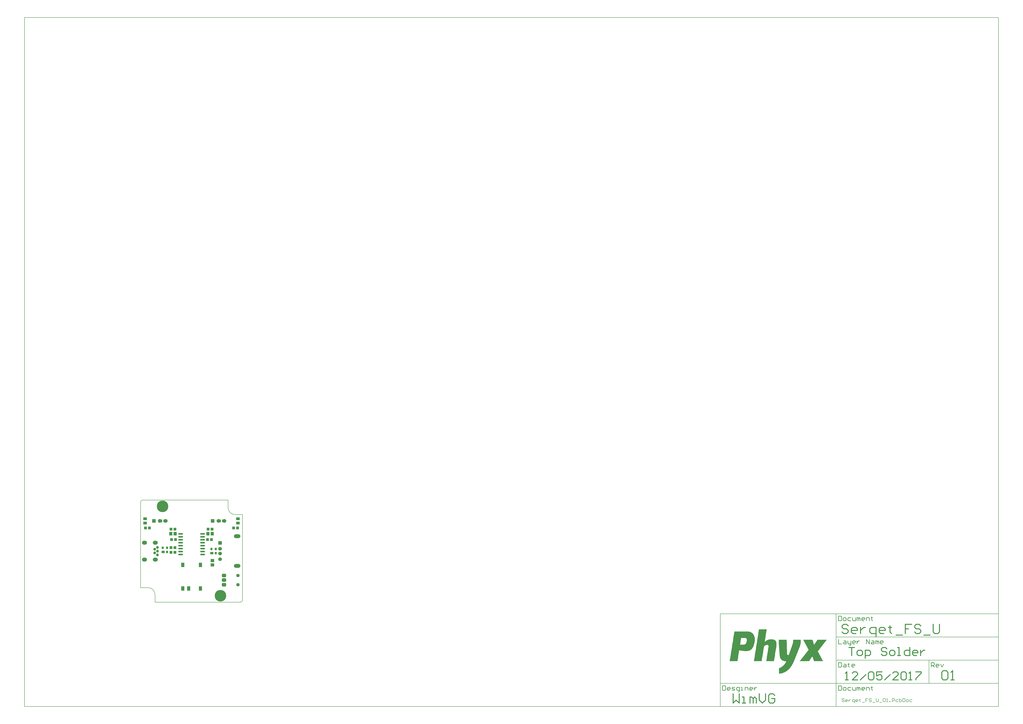
<source format=gts>
G04 Layer_Color=8388736*
%FSLAX25Y25*%
%MOIN*%
G70*
G01*
G75*
%ADD10C,0.00787*%
%ADD21C,0.01575*%
%ADD22C,0.00591*%
%ADD23C,0.00984*%
%ADD36O,0.08071X0.02953*%
%ADD37R,0.06496X0.04528*%
%ADD38R,0.04921X0.04528*%
%ADD39R,0.05709X0.06496*%
%ADD40R,0.03740X0.04134*%
%ADD41R,0.05315X0.04134*%
%ADD42R,0.05315X0.07677*%
%ADD43R,0.06496X0.05709*%
%ADD44C,0.19685*%
%ADD45R,0.06496X0.06496*%
%ADD46C,0.06496*%
%ADD47O,0.04591X0.04921*%
%ADD48O,0.08591X0.06591*%
%ADD49O,0.11220X0.06496*%
%ADD50C,0.06181*%
%ADD51R,0.06181X0.06181*%
%ADD52C,0.05709*%
G04:AMPARAMS|DCode=53|XSize=72.83mil|YSize=61.02mil|CornerRadius=16.73mil|HoleSize=0mil|Usage=FLASHONLY|Rotation=180.000|XOffset=0mil|YOffset=0mil|HoleType=Round|Shape=RoundedRectangle|*
%AMROUNDEDRECTD53*
21,1,0.07283,0.02756,0,0,180.0*
21,1,0.03937,0.06102,0,0,180.0*
1,1,0.03347,-0.01968,0.01378*
1,1,0.03347,0.01968,0.01378*
1,1,0.03347,0.01968,-0.01378*
1,1,0.03347,-0.01968,-0.01378*
%
%ADD53ROUNDEDRECTD53*%
G36*
X1034465Y-150646D02*
Y-150933D01*
Y-151219D01*
Y-151505D01*
Y-151791D01*
Y-152078D01*
Y-152364D01*
Y-152650D01*
Y-152937D01*
Y-153223D01*
Y-153509D01*
Y-153796D01*
Y-154082D01*
Y-154368D01*
Y-154655D01*
Y-154941D01*
Y-155227D01*
Y-155514D01*
Y-155800D01*
Y-156086D01*
Y-156372D01*
X1034179D01*
Y-156659D01*
Y-156945D01*
Y-157231D01*
Y-157518D01*
Y-157804D01*
X1033893D01*
Y-158090D01*
Y-158377D01*
Y-158663D01*
Y-158949D01*
X1033607D01*
Y-159236D01*
Y-159522D01*
Y-159808D01*
Y-160094D01*
X1033320D01*
Y-160381D01*
Y-160667D01*
Y-160953D01*
X1033034D01*
Y-161240D01*
Y-161526D01*
Y-161812D01*
X1032747D01*
Y-162099D01*
Y-162385D01*
Y-162671D01*
X1032461D01*
Y-162958D01*
Y-163244D01*
Y-163530D01*
X1032175D01*
Y-163816D01*
Y-164103D01*
X1031889D01*
Y-164389D01*
Y-164675D01*
X1031602D01*
Y-164962D01*
Y-165248D01*
Y-165534D01*
X1031316D01*
Y-165821D01*
Y-166107D01*
X1031030D01*
Y-166393D01*
Y-166680D01*
Y-166966D01*
X1030743D01*
Y-167252D01*
Y-167539D01*
X1030457D01*
Y-167825D01*
Y-168111D01*
Y-168398D01*
X1030171D01*
Y-168684D01*
Y-168970D01*
X1029884D01*
Y-169256D01*
Y-169543D01*
Y-169829D01*
X1029598D01*
Y-170115D01*
Y-170402D01*
X1029312D01*
Y-170688D01*
Y-170974D01*
Y-171261D01*
X1029025D01*
Y-171547D01*
Y-171833D01*
X1028739D01*
Y-172120D01*
Y-172406D01*
Y-172692D01*
X1028453D01*
Y-172978D01*
Y-173265D01*
X1028166D01*
Y-173551D01*
Y-173837D01*
Y-174124D01*
X1027880D01*
Y-174410D01*
Y-174696D01*
X1027594D01*
Y-174983D01*
Y-175269D01*
Y-175555D01*
X1027308D01*
Y-175842D01*
Y-176128D01*
X1027021D01*
Y-176414D01*
Y-176701D01*
Y-176987D01*
X1026735D01*
Y-177273D01*
Y-177560D01*
X1026449D01*
Y-177846D01*
Y-178132D01*
Y-178419D01*
X1026162D01*
Y-178705D01*
Y-178991D01*
X1025876D01*
Y-179277D01*
Y-179564D01*
Y-179850D01*
X1025590D01*
Y-180136D01*
Y-180423D01*
X1025303D01*
Y-180709D01*
Y-180995D01*
Y-181282D01*
X1025017D01*
Y-181568D01*
Y-181854D01*
X1024731D01*
Y-182141D01*
Y-182427D01*
Y-182713D01*
X1024444D01*
Y-183000D01*
Y-183286D01*
X1024158D01*
Y-183572D01*
Y-183858D01*
Y-184145D01*
X1023872D01*
Y-184431D01*
Y-184717D01*
X1023586D01*
Y-185004D01*
Y-185290D01*
Y-185576D01*
X1023299D01*
Y-185863D01*
Y-186149D01*
X1023013D01*
Y-186435D01*
Y-186722D01*
Y-187008D01*
X1022727D01*
Y-187294D01*
Y-187581D01*
X1022440D01*
Y-187867D01*
Y-188153D01*
X1022154D01*
Y-188439D01*
Y-188726D01*
X1021868D01*
Y-189012D01*
Y-189298D01*
Y-189585D01*
X1021581D01*
Y-189871D01*
X1021295D01*
Y-190157D01*
Y-190444D01*
Y-190730D01*
X1021009D01*
Y-191016D01*
X1020722D01*
Y-191303D01*
Y-191589D01*
X1020436D01*
Y-191875D01*
Y-192162D01*
X1020150D01*
Y-192448D01*
Y-192734D01*
X1019864D01*
Y-193020D01*
Y-193307D01*
X1019577D01*
Y-193593D01*
X1019291D01*
Y-193879D01*
Y-194166D01*
X1019005D01*
Y-194452D01*
Y-194738D01*
X1018718D01*
Y-195025D01*
X1018432D01*
Y-195311D01*
X1018146D01*
Y-195597D01*
Y-195884D01*
X1017859D01*
Y-196170D01*
X1017573D01*
Y-196456D01*
Y-196742D01*
X1017287D01*
Y-197029D01*
X1017000D01*
Y-197315D01*
X1016714D01*
Y-197601D01*
Y-197888D01*
X1016428D01*
Y-198174D01*
X1016141D01*
Y-198460D01*
X1015855D01*
Y-198747D01*
X1015569D01*
Y-199033D01*
X1015283D01*
Y-199319D01*
Y-199606D01*
X1014996D01*
Y-199892D01*
X1014710D01*
Y-200178D01*
X1014423D01*
Y-200465D01*
X1014137D01*
Y-200751D01*
X1013851D01*
Y-201037D01*
X1013565D01*
Y-201324D01*
X1013278D01*
Y-201610D01*
X1012706D01*
Y-201896D01*
X1012419D01*
Y-202183D01*
X1012133D01*
Y-202469D01*
X1011847D01*
Y-202755D01*
X1011560D01*
Y-203041D01*
X1010988D01*
Y-203328D01*
X1010701D01*
Y-203614D01*
X1010129D01*
Y-203900D01*
X1009842D01*
Y-204187D01*
X1009270D01*
Y-204473D01*
X1008984D01*
Y-204759D01*
X1008411D01*
Y-205046D01*
X1007838D01*
Y-205332D01*
X1007266D01*
Y-205618D01*
X1006693D01*
Y-205905D01*
X1006120D01*
Y-206191D01*
X1005262D01*
Y-206477D01*
X1004689D01*
Y-206764D01*
X1003830D01*
Y-207050D01*
X1002685D01*
Y-207336D01*
X1001539D01*
Y-207622D01*
X999822D01*
Y-207909D01*
X997817D01*
Y-208195D01*
X997531D01*
Y-207909D01*
Y-207622D01*
Y-207336D01*
Y-207050D01*
Y-206764D01*
Y-206477D01*
Y-206191D01*
Y-205905D01*
Y-205618D01*
Y-205332D01*
Y-205046D01*
Y-204759D01*
Y-204473D01*
Y-204187D01*
Y-203900D01*
Y-203614D01*
Y-203328D01*
Y-203041D01*
Y-202755D01*
Y-202469D01*
Y-202183D01*
Y-201896D01*
Y-201610D01*
Y-201324D01*
Y-201037D01*
Y-200751D01*
Y-200465D01*
Y-200178D01*
Y-199892D01*
Y-199606D01*
Y-199319D01*
Y-199033D01*
Y-198747D01*
X998104D01*
Y-198460D01*
X998676D01*
Y-198174D01*
X999249D01*
Y-197888D01*
X999822D01*
Y-197601D01*
X1000394D01*
Y-197315D01*
X1000967D01*
Y-197029D01*
X1001253D01*
Y-196742D01*
X1001826D01*
Y-196456D01*
X1002112D01*
Y-196170D01*
X1002685D01*
Y-195884D01*
X1002971D01*
Y-195597D01*
X1003257D01*
Y-195311D01*
X1003830D01*
Y-195025D01*
X1004116D01*
Y-194738D01*
X1004403D01*
Y-194452D01*
X1004689D01*
Y-194166D01*
X1004975D01*
Y-193879D01*
X1005262D01*
Y-193593D01*
X1005548D01*
Y-193307D01*
X1005834D01*
Y-193020D01*
X1006120D01*
Y-192734D01*
X1006407D01*
Y-192448D01*
X1006693D01*
Y-192162D01*
X1006979D01*
Y-191875D01*
Y-191589D01*
X1007266D01*
Y-191303D01*
X1007552D01*
Y-191016D01*
X1007838D01*
Y-190730D01*
Y-190444D01*
X1008125D01*
Y-190157D01*
X1008411D01*
Y-189871D01*
Y-189585D01*
X1008697D01*
Y-189298D01*
Y-189012D01*
X1008984D01*
Y-188726D01*
X1009270D01*
Y-188439D01*
Y-188153D01*
X1009556D01*
Y-187867D01*
Y-187581D01*
X1009842D01*
Y-187294D01*
Y-187008D01*
X1008125D01*
Y-186722D01*
X1006120D01*
Y-186435D01*
X1004975D01*
Y-186149D01*
X1004403D01*
Y-185863D01*
X1003544D01*
Y-185576D01*
X1002971D01*
Y-185290D01*
X1002685D01*
Y-185004D01*
X1002112D01*
Y-184717D01*
X1001826D01*
Y-184431D01*
X1001539D01*
Y-184145D01*
X1001253D01*
Y-183858D01*
X1000967D01*
Y-183572D01*
X1000681D01*
Y-183286D01*
Y-183000D01*
X1000394D01*
Y-182713D01*
X1000108D01*
Y-182427D01*
Y-182141D01*
X999822D01*
Y-181854D01*
Y-181568D01*
X999535D01*
Y-181282D01*
Y-180995D01*
X999249D01*
Y-180709D01*
Y-180423D01*
Y-180136D01*
X998963D01*
Y-179850D01*
Y-179564D01*
Y-179277D01*
Y-178991D01*
X998676D01*
Y-178705D01*
Y-178419D01*
Y-178132D01*
Y-177846D01*
Y-177560D01*
Y-177273D01*
Y-176987D01*
X998390D01*
Y-176701D01*
Y-176414D01*
Y-176128D01*
Y-175842D01*
Y-175555D01*
Y-175269D01*
Y-174983D01*
Y-174696D01*
Y-174410D01*
Y-174124D01*
Y-173837D01*
Y-173551D01*
Y-173265D01*
Y-172978D01*
Y-172692D01*
X998104D01*
Y-172406D01*
Y-172120D01*
Y-171833D01*
Y-171547D01*
Y-171261D01*
Y-170974D01*
Y-170688D01*
Y-170402D01*
Y-170115D01*
Y-169829D01*
Y-169543D01*
Y-169256D01*
Y-168970D01*
Y-168684D01*
Y-168398D01*
X997817D01*
Y-168111D01*
Y-167825D01*
Y-167539D01*
Y-167252D01*
Y-166966D01*
Y-166680D01*
Y-166393D01*
Y-166107D01*
Y-165821D01*
Y-165534D01*
Y-165248D01*
Y-164962D01*
Y-164675D01*
Y-164389D01*
Y-164103D01*
Y-163816D01*
X997531D01*
Y-163530D01*
Y-163244D01*
Y-162958D01*
Y-162671D01*
Y-162385D01*
Y-162099D01*
Y-161812D01*
Y-161526D01*
Y-161240D01*
Y-160953D01*
Y-160667D01*
Y-160381D01*
Y-160094D01*
Y-159808D01*
Y-159522D01*
Y-159236D01*
X997245D01*
Y-158949D01*
Y-158663D01*
Y-158377D01*
Y-158090D01*
Y-157804D01*
Y-157518D01*
Y-157231D01*
Y-156945D01*
Y-156659D01*
Y-156372D01*
Y-156086D01*
Y-155800D01*
Y-155514D01*
Y-155227D01*
X996958D01*
Y-154941D01*
Y-154655D01*
Y-154368D01*
Y-154082D01*
Y-153796D01*
Y-153509D01*
Y-153223D01*
Y-152937D01*
Y-152650D01*
Y-152364D01*
Y-152078D01*
Y-151791D01*
Y-151505D01*
Y-151219D01*
Y-150933D01*
Y-150646D01*
X996672D01*
Y-150360D01*
X1010415D01*
Y-150646D01*
Y-150933D01*
Y-151219D01*
Y-151505D01*
Y-151791D01*
Y-152078D01*
Y-152364D01*
Y-152650D01*
Y-152937D01*
Y-153223D01*
Y-153509D01*
Y-153796D01*
Y-154082D01*
Y-154368D01*
X1010701D01*
Y-154655D01*
Y-154941D01*
Y-155227D01*
Y-155514D01*
Y-155800D01*
Y-156086D01*
Y-156372D01*
Y-156659D01*
Y-156945D01*
Y-157231D01*
Y-157518D01*
Y-157804D01*
Y-158090D01*
Y-158377D01*
Y-158663D01*
Y-158949D01*
Y-159236D01*
Y-159522D01*
Y-159808D01*
Y-160094D01*
Y-160381D01*
Y-160667D01*
Y-160953D01*
Y-161240D01*
Y-161526D01*
Y-161812D01*
Y-162099D01*
Y-162385D01*
Y-162671D01*
Y-162958D01*
Y-163244D01*
Y-163530D01*
Y-163816D01*
Y-164103D01*
Y-164389D01*
Y-164675D01*
Y-164962D01*
Y-165248D01*
Y-165534D01*
Y-165821D01*
Y-166107D01*
X1010988D01*
Y-166393D01*
X1010701D01*
Y-166680D01*
Y-166966D01*
X1010988D01*
Y-167252D01*
Y-167539D01*
Y-167825D01*
Y-168111D01*
Y-168398D01*
Y-168684D01*
Y-168970D01*
Y-169256D01*
Y-169543D01*
Y-169829D01*
Y-170115D01*
Y-170402D01*
Y-170688D01*
Y-170974D01*
Y-171261D01*
Y-171547D01*
Y-171833D01*
Y-172120D01*
Y-172406D01*
Y-172692D01*
Y-172978D01*
Y-173265D01*
Y-173551D01*
Y-173837D01*
Y-174124D01*
Y-174410D01*
X1011274D01*
Y-174696D01*
Y-174983D01*
Y-175269D01*
X1011560D01*
Y-175555D01*
X1011847D01*
Y-175842D01*
X1012133D01*
Y-176128D01*
X1012992D01*
Y-176414D01*
X1013851D01*
Y-176128D01*
X1014137D01*
Y-175842D01*
Y-175555D01*
Y-175269D01*
X1014423D01*
Y-174983D01*
Y-174696D01*
X1014710D01*
Y-174410D01*
Y-174124D01*
Y-173837D01*
X1014996D01*
Y-173551D01*
Y-173265D01*
Y-172978D01*
X1015283D01*
Y-172692D01*
Y-172406D01*
Y-172120D01*
X1015569D01*
Y-171833D01*
Y-171547D01*
Y-171261D01*
X1015855D01*
Y-170974D01*
Y-170688D01*
X1016141D01*
Y-170402D01*
Y-170115D01*
Y-169829D01*
X1016428D01*
Y-169543D01*
Y-169256D01*
Y-168970D01*
X1016714D01*
Y-168684D01*
Y-168398D01*
Y-168111D01*
X1017000D01*
Y-167825D01*
Y-167539D01*
X1017287D01*
Y-167252D01*
Y-166966D01*
Y-166680D01*
X1017573D01*
Y-166393D01*
Y-166107D01*
Y-165821D01*
X1017859D01*
Y-165534D01*
Y-165248D01*
Y-164962D01*
X1018146D01*
Y-164675D01*
Y-164389D01*
X1018432D01*
Y-164103D01*
Y-163816D01*
Y-163530D01*
X1018718D01*
Y-163244D01*
Y-162958D01*
Y-162671D01*
X1019005D01*
Y-162385D01*
Y-162099D01*
Y-161812D01*
X1019291D01*
Y-161526D01*
Y-161240D01*
X1019577D01*
Y-160953D01*
Y-160667D01*
Y-160381D01*
X1019864D01*
Y-160094D01*
Y-159808D01*
Y-159522D01*
X1020150D01*
Y-159236D01*
Y-158949D01*
Y-158663D01*
X1020436D01*
Y-158377D01*
Y-158090D01*
Y-157804D01*
Y-157518D01*
X1020722D01*
Y-157231D01*
Y-156945D01*
Y-156659D01*
Y-156372D01*
X1021009D01*
Y-156086D01*
Y-155800D01*
Y-155514D01*
Y-155227D01*
Y-154941D01*
X1021295D01*
Y-154655D01*
Y-154368D01*
Y-154082D01*
Y-153796D01*
Y-153509D01*
Y-153223D01*
X1021581D01*
Y-152937D01*
Y-152650D01*
Y-152364D01*
Y-152078D01*
Y-151791D01*
Y-151505D01*
Y-151219D01*
Y-150933D01*
Y-150646D01*
Y-150360D01*
X1034465D01*
Y-150646D01*
D02*
G37*
G36*
X976630Y-133181D02*
Y-133467D01*
X976344D01*
Y-133754D01*
Y-134040D01*
Y-134326D01*
Y-134613D01*
Y-134899D01*
Y-135185D01*
X976058D01*
Y-135472D01*
Y-135758D01*
Y-136044D01*
Y-136330D01*
Y-136617D01*
Y-136903D01*
X975771D01*
Y-137189D01*
Y-137476D01*
Y-137762D01*
Y-138048D01*
Y-138335D01*
Y-138621D01*
Y-138907D01*
X975485D01*
Y-139194D01*
Y-139480D01*
Y-139766D01*
Y-140053D01*
Y-140339D01*
Y-140625D01*
X975199D01*
Y-140911D01*
Y-141198D01*
Y-141484D01*
Y-141771D01*
Y-142057D01*
Y-142343D01*
X974912D01*
Y-142629D01*
Y-142916D01*
Y-143202D01*
Y-143488D01*
Y-143775D01*
Y-144061D01*
Y-144347D01*
X974626D01*
Y-144634D01*
Y-144920D01*
Y-145206D01*
Y-145492D01*
Y-145779D01*
Y-146065D01*
X974340D01*
Y-146352D01*
Y-146638D01*
Y-146924D01*
Y-147210D01*
Y-147497D01*
Y-147783D01*
X974053D01*
Y-148069D01*
Y-148356D01*
Y-148642D01*
Y-148928D01*
Y-149215D01*
Y-149501D01*
X973767D01*
Y-149787D01*
Y-150074D01*
Y-150360D01*
Y-150646D01*
Y-150933D01*
Y-151219D01*
Y-151505D01*
X973481D01*
Y-151791D01*
Y-152078D01*
Y-152364D01*
Y-152650D01*
Y-152937D01*
Y-153223D01*
X973195D01*
Y-153509D01*
Y-153796D01*
X973767D01*
Y-153509D01*
X974053D01*
Y-153223D01*
X974340D01*
Y-152937D01*
X974912D01*
Y-152650D01*
X975199D01*
Y-152364D01*
X975485D01*
Y-152078D01*
X976058D01*
Y-151791D01*
X976630D01*
Y-151505D01*
X976917D01*
Y-151219D01*
X977489D01*
Y-150933D01*
X978348D01*
Y-150646D01*
X978921D01*
Y-150360D01*
X979780D01*
Y-150074D01*
X981211D01*
Y-149787D01*
X987510D01*
Y-150074D01*
X988655D01*
Y-150360D01*
X989514D01*
Y-150646D01*
X990087D01*
Y-150933D01*
X990373D01*
Y-151219D01*
X990946D01*
Y-151505D01*
X991232D01*
Y-151791D01*
X991518D01*
Y-152078D01*
X991805D01*
Y-152364D01*
X992091D01*
Y-152650D01*
Y-152937D01*
X992377D01*
Y-153223D01*
Y-153509D01*
X992664D01*
Y-153796D01*
Y-154082D01*
Y-154368D01*
X992950D01*
Y-154655D01*
Y-154941D01*
Y-155227D01*
Y-155514D01*
X993236D01*
Y-155800D01*
Y-156086D01*
Y-156372D01*
Y-156659D01*
Y-156945D01*
Y-157231D01*
Y-157518D01*
Y-157804D01*
Y-158090D01*
Y-158377D01*
Y-158663D01*
Y-158949D01*
Y-159236D01*
Y-159522D01*
Y-159808D01*
Y-160094D01*
Y-160381D01*
Y-160667D01*
X992950D01*
Y-160953D01*
Y-161240D01*
Y-161526D01*
Y-161812D01*
Y-162099D01*
Y-162385D01*
Y-162671D01*
X992664D01*
Y-162958D01*
Y-163244D01*
Y-163530D01*
Y-163816D01*
Y-164103D01*
Y-164389D01*
Y-164675D01*
X992377D01*
Y-164962D01*
Y-165248D01*
Y-165534D01*
Y-165821D01*
Y-166107D01*
Y-166393D01*
X992091D01*
Y-166680D01*
Y-166966D01*
Y-167252D01*
Y-167539D01*
Y-167825D01*
Y-168111D01*
X991805D01*
Y-168398D01*
Y-168684D01*
Y-168970D01*
Y-169256D01*
Y-169543D01*
Y-169829D01*
X991518D01*
Y-170115D01*
Y-170402D01*
Y-170688D01*
Y-170974D01*
Y-171261D01*
Y-171547D01*
Y-171833D01*
X991232D01*
Y-172120D01*
Y-172406D01*
Y-172692D01*
Y-172978D01*
Y-173265D01*
Y-173551D01*
X990946D01*
Y-173837D01*
Y-174124D01*
Y-174410D01*
Y-174696D01*
Y-174983D01*
Y-175269D01*
X990660D01*
Y-175555D01*
Y-175842D01*
Y-176128D01*
Y-176414D01*
Y-176701D01*
Y-176987D01*
Y-177273D01*
X990373D01*
Y-177560D01*
Y-177846D01*
Y-178132D01*
Y-178419D01*
Y-178705D01*
Y-178991D01*
X990087D01*
Y-179277D01*
Y-179564D01*
Y-179850D01*
Y-180136D01*
Y-180423D01*
Y-180709D01*
X989801D01*
Y-180995D01*
Y-181282D01*
Y-181568D01*
Y-181854D01*
Y-182141D01*
Y-182427D01*
X989514D01*
Y-182713D01*
Y-183000D01*
Y-183286D01*
Y-183572D01*
Y-183858D01*
Y-184145D01*
Y-184431D01*
X989228D01*
Y-184717D01*
Y-185004D01*
Y-185290D01*
Y-185576D01*
Y-185863D01*
Y-186149D01*
X988942D01*
Y-186435D01*
Y-186722D01*
X975771D01*
Y-186435D01*
Y-186149D01*
X976058D01*
Y-185863D01*
Y-185576D01*
Y-185290D01*
Y-185004D01*
Y-184717D01*
Y-184431D01*
X976344D01*
Y-184145D01*
Y-183858D01*
Y-183572D01*
Y-183286D01*
Y-183000D01*
Y-182713D01*
Y-182427D01*
X976630D01*
Y-182141D01*
Y-181854D01*
Y-181568D01*
Y-181282D01*
Y-180995D01*
Y-180709D01*
X976917D01*
Y-180423D01*
Y-180136D01*
Y-179850D01*
Y-179564D01*
Y-179277D01*
Y-178991D01*
X977203D01*
Y-178705D01*
Y-178419D01*
Y-178132D01*
Y-177846D01*
Y-177560D01*
Y-177273D01*
Y-176987D01*
X977489D01*
Y-176701D01*
Y-176414D01*
Y-176128D01*
Y-175842D01*
Y-175555D01*
Y-175269D01*
X977775D01*
Y-174983D01*
Y-174696D01*
Y-174410D01*
Y-174124D01*
Y-173837D01*
Y-173551D01*
Y-173265D01*
X978062D01*
Y-172978D01*
Y-172692D01*
Y-172406D01*
Y-172120D01*
Y-171833D01*
Y-171547D01*
X978348D01*
Y-171261D01*
Y-170974D01*
Y-170688D01*
Y-170402D01*
Y-170115D01*
Y-169829D01*
X978634D01*
Y-169543D01*
Y-169256D01*
Y-168970D01*
Y-168684D01*
Y-168398D01*
Y-168111D01*
X978921D01*
Y-167825D01*
Y-167539D01*
Y-167252D01*
Y-166966D01*
Y-166680D01*
Y-166393D01*
Y-166107D01*
X979207D01*
Y-165821D01*
Y-165534D01*
Y-165248D01*
Y-164962D01*
Y-164675D01*
Y-164389D01*
X979493D01*
Y-164103D01*
Y-163816D01*
Y-163530D01*
Y-163244D01*
Y-162958D01*
Y-162671D01*
Y-162385D01*
X979780D01*
Y-162099D01*
Y-161812D01*
Y-161526D01*
Y-161240D01*
Y-160953D01*
Y-160667D01*
X979493D01*
Y-160381D01*
Y-160094D01*
X979207D01*
Y-159808D01*
X978921D01*
Y-159522D01*
X978348D01*
Y-159236D01*
X976630D01*
Y-159522D01*
X975199D01*
Y-159808D01*
X974340D01*
Y-160094D01*
X973767D01*
Y-160381D01*
X973481D01*
Y-160667D01*
X972908D01*
Y-160953D01*
X972622D01*
Y-161240D01*
X972336D01*
Y-161526D01*
Y-161812D01*
X972049D01*
Y-162099D01*
Y-162385D01*
Y-162671D01*
X971763D01*
Y-162958D01*
Y-163244D01*
Y-163530D01*
Y-163816D01*
Y-164103D01*
Y-164389D01*
X971477D01*
Y-164675D01*
Y-164962D01*
Y-165248D01*
Y-165534D01*
Y-165821D01*
Y-166107D01*
Y-166393D01*
X971190D01*
Y-166680D01*
Y-166966D01*
Y-167252D01*
Y-167539D01*
Y-167825D01*
Y-168111D01*
X970904D01*
Y-168398D01*
Y-168684D01*
Y-168970D01*
Y-169256D01*
Y-169543D01*
Y-169829D01*
X970618D01*
Y-170115D01*
Y-170402D01*
Y-170688D01*
Y-170974D01*
Y-171261D01*
Y-171547D01*
X970331D01*
Y-171833D01*
Y-172120D01*
Y-172406D01*
Y-172692D01*
Y-172978D01*
Y-173265D01*
Y-173551D01*
X970045D01*
Y-173837D01*
Y-174124D01*
Y-174410D01*
Y-174696D01*
Y-174983D01*
Y-175269D01*
X969759D01*
Y-175555D01*
Y-175842D01*
Y-176128D01*
Y-176414D01*
Y-176701D01*
Y-176987D01*
X969472D01*
Y-177273D01*
Y-177560D01*
Y-177846D01*
Y-178132D01*
Y-178419D01*
Y-178705D01*
Y-178991D01*
X969186D01*
Y-179277D01*
Y-179564D01*
Y-179850D01*
Y-180136D01*
Y-180423D01*
Y-180709D01*
X968900D01*
Y-180995D01*
Y-181282D01*
Y-181568D01*
Y-181854D01*
Y-182141D01*
Y-182427D01*
X968614D01*
Y-182713D01*
Y-183000D01*
Y-183286D01*
Y-183572D01*
Y-183858D01*
Y-184145D01*
X968327D01*
Y-184431D01*
Y-184717D01*
Y-185004D01*
Y-185290D01*
Y-185576D01*
Y-185863D01*
Y-186149D01*
X968041D01*
Y-186435D01*
Y-186722D01*
X954870D01*
Y-186435D01*
Y-186149D01*
X955157D01*
Y-185863D01*
Y-185576D01*
Y-185290D01*
Y-185004D01*
Y-184717D01*
Y-184431D01*
Y-184145D01*
X955443D01*
Y-183858D01*
Y-183572D01*
Y-183286D01*
Y-183000D01*
Y-182713D01*
Y-182427D01*
X955729D01*
Y-182141D01*
Y-181854D01*
Y-181568D01*
Y-181282D01*
Y-180995D01*
Y-180709D01*
X956016D01*
Y-180423D01*
Y-180136D01*
Y-179850D01*
Y-179564D01*
Y-179277D01*
Y-178991D01*
Y-178705D01*
X956302D01*
Y-178419D01*
Y-178132D01*
Y-177846D01*
Y-177560D01*
Y-177273D01*
Y-176987D01*
X956588D01*
Y-176701D01*
Y-176414D01*
Y-176128D01*
Y-175842D01*
Y-175555D01*
Y-175269D01*
X956875D01*
Y-174983D01*
Y-174696D01*
Y-174410D01*
Y-174124D01*
Y-173837D01*
Y-173551D01*
X957161D01*
Y-173265D01*
Y-172978D01*
Y-172692D01*
Y-172406D01*
Y-172120D01*
Y-171833D01*
Y-171547D01*
X957447D01*
Y-171261D01*
Y-170974D01*
Y-170688D01*
Y-170402D01*
Y-170115D01*
Y-169829D01*
X957734D01*
Y-169543D01*
Y-169256D01*
Y-168970D01*
Y-168684D01*
Y-168398D01*
Y-168111D01*
X958020D01*
Y-167825D01*
Y-167539D01*
Y-167252D01*
Y-166966D01*
Y-166680D01*
Y-166393D01*
Y-166107D01*
X958306D01*
Y-165821D01*
Y-165534D01*
Y-165248D01*
Y-164962D01*
Y-164675D01*
Y-164389D01*
X958593D01*
Y-164103D01*
Y-163816D01*
Y-163530D01*
Y-163244D01*
Y-162958D01*
Y-162671D01*
X958879D01*
Y-162385D01*
Y-162099D01*
Y-161812D01*
Y-161526D01*
Y-161240D01*
Y-160953D01*
X959165D01*
Y-160667D01*
Y-160381D01*
Y-160094D01*
Y-159808D01*
Y-159522D01*
Y-159236D01*
Y-158949D01*
X959451D01*
Y-158663D01*
Y-158377D01*
Y-158090D01*
Y-157804D01*
Y-157518D01*
Y-157231D01*
X959738D01*
Y-156945D01*
Y-156659D01*
Y-156372D01*
Y-156086D01*
Y-155800D01*
Y-155514D01*
X960024D01*
Y-155227D01*
Y-154941D01*
Y-154655D01*
Y-154368D01*
Y-154082D01*
Y-153796D01*
X960310D01*
Y-153509D01*
Y-153223D01*
Y-152937D01*
Y-152650D01*
Y-152364D01*
Y-152078D01*
Y-151791D01*
X960597D01*
Y-151505D01*
Y-151219D01*
Y-150933D01*
Y-150646D01*
Y-150360D01*
Y-150074D01*
X960883D01*
Y-149787D01*
Y-149501D01*
Y-149215D01*
Y-148928D01*
Y-148642D01*
Y-148356D01*
X961169D01*
Y-148069D01*
Y-147783D01*
Y-147497D01*
Y-147210D01*
Y-146924D01*
Y-146638D01*
Y-146352D01*
X961456D01*
Y-146065D01*
Y-145779D01*
Y-145492D01*
Y-145206D01*
Y-144920D01*
Y-144634D01*
X961742D01*
Y-144347D01*
Y-144061D01*
Y-143775D01*
Y-143488D01*
Y-143202D01*
Y-142916D01*
X962028D01*
Y-142629D01*
Y-142343D01*
Y-142057D01*
Y-141771D01*
Y-141484D01*
Y-141198D01*
X962315D01*
Y-140911D01*
Y-140625D01*
Y-140339D01*
Y-140053D01*
Y-139766D01*
Y-139480D01*
Y-139194D01*
X962601D01*
Y-138907D01*
Y-138621D01*
Y-138335D01*
Y-138048D01*
Y-137762D01*
Y-137476D01*
X962887D01*
Y-137189D01*
Y-136903D01*
Y-136617D01*
Y-136330D01*
Y-136044D01*
Y-135758D01*
X963173D01*
Y-135472D01*
Y-135185D01*
Y-134899D01*
Y-134613D01*
Y-134326D01*
Y-134040D01*
Y-133754D01*
X963460D01*
Y-133467D01*
Y-133181D01*
Y-132895D01*
X976630D01*
Y-133181D01*
D02*
G37*
G36*
X945422Y-136617D02*
X947140D01*
Y-136903D01*
X947999D01*
Y-137189D01*
X948858D01*
Y-137476D01*
X949717D01*
Y-137762D01*
X950289D01*
Y-138048D01*
X950576D01*
Y-138335D01*
X951148D01*
Y-138621D01*
X951435D01*
Y-138907D01*
X952007D01*
Y-139194D01*
X952294D01*
Y-139480D01*
X952580D01*
Y-139766D01*
X952866D01*
Y-140053D01*
X953153D01*
Y-140339D01*
X953439D01*
Y-140625D01*
X953725D01*
Y-140911D01*
Y-141198D01*
X954012D01*
Y-141484D01*
X954298D01*
Y-141771D01*
Y-142057D01*
X954584D01*
Y-142343D01*
X954870D01*
Y-142629D01*
Y-142916D01*
X955157D01*
Y-143202D01*
Y-143488D01*
Y-143775D01*
X955443D01*
Y-144061D01*
Y-144347D01*
Y-144634D01*
X955729D01*
Y-144920D01*
Y-145206D01*
Y-145492D01*
Y-145779D01*
X956016D01*
Y-146065D01*
Y-146352D01*
Y-146638D01*
Y-146924D01*
Y-147210D01*
X956302D01*
Y-147497D01*
Y-147783D01*
Y-148069D01*
Y-148356D01*
Y-148642D01*
Y-148928D01*
Y-149215D01*
Y-149501D01*
Y-149787D01*
Y-150074D01*
Y-150360D01*
Y-150646D01*
Y-150933D01*
Y-151219D01*
Y-151505D01*
Y-151791D01*
Y-152078D01*
Y-152364D01*
Y-152650D01*
Y-152937D01*
X956016D01*
Y-153223D01*
Y-153509D01*
Y-153796D01*
Y-154082D01*
Y-154368D01*
Y-154655D01*
Y-154941D01*
X955729D01*
Y-155227D01*
Y-155514D01*
Y-155800D01*
Y-156086D01*
Y-156372D01*
X955443D01*
Y-156659D01*
Y-156945D01*
Y-157231D01*
Y-157518D01*
Y-157804D01*
X955157D01*
Y-158090D01*
Y-158377D01*
Y-158663D01*
X954870D01*
Y-158949D01*
Y-159236D01*
Y-159522D01*
Y-159808D01*
X954584D01*
Y-160094D01*
Y-160381D01*
Y-160667D01*
X954298D01*
Y-160953D01*
Y-161240D01*
X954012D01*
Y-161526D01*
Y-161812D01*
Y-162099D01*
X953725D01*
Y-162385D01*
Y-162671D01*
X953439D01*
Y-162958D01*
Y-163244D01*
X953153D01*
Y-163530D01*
Y-163816D01*
X952866D01*
Y-164103D01*
X952580D01*
Y-164389D01*
Y-164675D01*
X952294D01*
Y-164962D01*
X952007D01*
Y-165248D01*
X951721D01*
Y-165534D01*
Y-165821D01*
X951435D01*
Y-166107D01*
X951148D01*
Y-166393D01*
X950862D01*
Y-166680D01*
X950576D01*
Y-166966D01*
X950289D01*
Y-167252D01*
X949717D01*
Y-167539D01*
X949430D01*
Y-167825D01*
X948858D01*
Y-168111D01*
X948572D01*
Y-168398D01*
X947999D01*
Y-168684D01*
X947140D01*
Y-168970D01*
X946281D01*
Y-169256D01*
X945422D01*
Y-169543D01*
X943704D01*
Y-169829D01*
X938551D01*
Y-169543D01*
X935974D01*
Y-169256D01*
X933970D01*
Y-168970D01*
X932538D01*
Y-168684D01*
X931106D01*
Y-168398D01*
X929675D01*
Y-168684D01*
Y-168970D01*
Y-169256D01*
Y-169543D01*
Y-169829D01*
Y-170115D01*
Y-170402D01*
X929389D01*
Y-170688D01*
Y-170974D01*
Y-171261D01*
Y-171547D01*
Y-171833D01*
Y-172120D01*
X929102D01*
Y-172406D01*
Y-172692D01*
Y-172978D01*
Y-173265D01*
Y-173551D01*
Y-173837D01*
X928816D01*
Y-174124D01*
Y-174410D01*
Y-174696D01*
Y-174983D01*
Y-175269D01*
Y-175555D01*
Y-175842D01*
X928530D01*
Y-176128D01*
Y-176414D01*
Y-176701D01*
Y-176987D01*
Y-177273D01*
Y-177560D01*
X928243D01*
Y-177846D01*
Y-178132D01*
Y-178419D01*
Y-178705D01*
Y-178991D01*
Y-179277D01*
X927957D01*
Y-179564D01*
Y-179850D01*
Y-180136D01*
Y-180423D01*
Y-180709D01*
Y-180995D01*
Y-181282D01*
X927671D01*
Y-181568D01*
Y-181854D01*
Y-182141D01*
Y-182427D01*
Y-182713D01*
Y-183000D01*
X927384D01*
Y-183286D01*
Y-183572D01*
Y-183858D01*
Y-184145D01*
Y-184431D01*
Y-184717D01*
X927098D01*
Y-185004D01*
Y-185290D01*
Y-185576D01*
Y-185863D01*
Y-186149D01*
Y-186435D01*
Y-186722D01*
X913641D01*
Y-186435D01*
X913928D01*
Y-186149D01*
Y-185863D01*
Y-185576D01*
Y-185290D01*
Y-185004D01*
X914214D01*
Y-184717D01*
Y-184431D01*
Y-184145D01*
Y-183858D01*
Y-183572D01*
Y-183286D01*
Y-183000D01*
X914500D01*
Y-182713D01*
Y-182427D01*
Y-182141D01*
Y-181854D01*
Y-181568D01*
Y-181282D01*
X914787D01*
Y-180995D01*
Y-180709D01*
Y-180423D01*
Y-180136D01*
Y-179850D01*
Y-179564D01*
X915073D01*
Y-179277D01*
Y-178991D01*
Y-178705D01*
Y-178419D01*
Y-178132D01*
Y-177846D01*
Y-177560D01*
X915359D01*
Y-177273D01*
Y-176987D01*
Y-176701D01*
Y-176414D01*
Y-176128D01*
Y-175842D01*
X915646D01*
Y-175555D01*
Y-175269D01*
Y-174983D01*
Y-174696D01*
Y-174410D01*
Y-174124D01*
X915932D01*
Y-173837D01*
Y-173551D01*
Y-173265D01*
Y-172978D01*
Y-172692D01*
Y-172406D01*
X916218D01*
Y-172120D01*
Y-171833D01*
Y-171547D01*
Y-171261D01*
Y-170974D01*
Y-170688D01*
Y-170402D01*
X916504D01*
Y-170115D01*
Y-169829D01*
Y-169543D01*
Y-169256D01*
Y-168970D01*
Y-168684D01*
X916791D01*
Y-168398D01*
Y-168111D01*
Y-167825D01*
Y-167539D01*
Y-167252D01*
Y-166966D01*
X917077D01*
Y-166680D01*
Y-166393D01*
Y-166107D01*
Y-165821D01*
Y-165534D01*
Y-165248D01*
X917363D01*
Y-164962D01*
Y-164675D01*
Y-164389D01*
Y-164103D01*
Y-163816D01*
Y-163530D01*
Y-163244D01*
X917650D01*
Y-162958D01*
Y-162671D01*
Y-162385D01*
Y-162099D01*
Y-161812D01*
Y-161526D01*
X917936D01*
Y-161240D01*
Y-160953D01*
Y-160667D01*
Y-160381D01*
Y-160094D01*
Y-159808D01*
X918222D01*
Y-159522D01*
Y-159236D01*
Y-158949D01*
Y-158663D01*
Y-158377D01*
Y-158090D01*
Y-157804D01*
X918509D01*
Y-157518D01*
Y-157231D01*
Y-156945D01*
Y-156659D01*
Y-156372D01*
Y-156086D01*
X918795D01*
Y-155800D01*
Y-155514D01*
Y-155227D01*
Y-154941D01*
Y-154655D01*
Y-154368D01*
X919081D01*
Y-154082D01*
Y-153796D01*
Y-153509D01*
Y-153223D01*
Y-152937D01*
Y-152650D01*
X919368D01*
Y-152364D01*
Y-152078D01*
Y-151791D01*
Y-151505D01*
Y-151219D01*
Y-150933D01*
Y-150646D01*
X919654D01*
Y-150360D01*
Y-150074D01*
Y-149787D01*
Y-149501D01*
Y-149215D01*
Y-148928D01*
X919940D01*
Y-148642D01*
Y-148356D01*
Y-148069D01*
Y-147783D01*
Y-147497D01*
Y-147210D01*
X920227D01*
Y-146924D01*
Y-146638D01*
Y-146352D01*
Y-146065D01*
Y-145779D01*
Y-145492D01*
Y-145206D01*
X920513D01*
Y-144920D01*
Y-144634D01*
Y-144347D01*
Y-144061D01*
Y-143775D01*
Y-143488D01*
X920799D01*
Y-143202D01*
Y-142916D01*
Y-142629D01*
Y-142343D01*
Y-142057D01*
Y-141771D01*
X921085D01*
Y-141484D01*
Y-141198D01*
Y-140911D01*
Y-140625D01*
Y-140339D01*
Y-140053D01*
Y-139766D01*
X921372D01*
Y-139480D01*
Y-139194D01*
Y-138907D01*
Y-138621D01*
Y-138335D01*
Y-138048D01*
X921658D01*
Y-137762D01*
Y-137476D01*
Y-137189D01*
Y-136903D01*
Y-136617D01*
Y-136330D01*
X945422D01*
Y-136617D01*
D02*
G37*
G36*
X1078558Y-150646D02*
X1078271D01*
Y-150933D01*
X1077985D01*
Y-151219D01*
Y-151505D01*
X1077699D01*
Y-151791D01*
X1077412D01*
Y-152078D01*
X1077126D01*
Y-152364D01*
Y-152650D01*
X1076840D01*
Y-152937D01*
X1076553D01*
Y-153223D01*
X1076267D01*
Y-153509D01*
X1075981D01*
Y-153796D01*
Y-154082D01*
X1075694D01*
Y-154368D01*
X1075408D01*
Y-154655D01*
X1075122D01*
Y-154941D01*
Y-155227D01*
X1074835D01*
Y-155514D01*
X1074549D01*
Y-155800D01*
X1074263D01*
Y-156086D01*
X1073977D01*
Y-156372D01*
Y-156659D01*
X1073690D01*
Y-156945D01*
X1073404D01*
Y-157231D01*
X1073118D01*
Y-157518D01*
Y-157804D01*
X1072831D01*
Y-158090D01*
X1072545D01*
Y-158377D01*
X1072259D01*
Y-158663D01*
Y-158949D01*
X1071972D01*
Y-159236D01*
X1071686D01*
Y-159522D01*
X1071400D01*
Y-159808D01*
X1071113D01*
Y-160094D01*
Y-160381D01*
X1070827D01*
Y-160667D01*
X1070541D01*
Y-160953D01*
X1070255D01*
Y-161240D01*
Y-161526D01*
X1069968D01*
Y-161812D01*
X1069682D01*
Y-162099D01*
X1069396D01*
Y-162385D01*
Y-162671D01*
X1069109D01*
Y-162958D01*
X1068823D01*
Y-163244D01*
X1068537D01*
Y-163530D01*
X1068250D01*
Y-163816D01*
Y-164103D01*
X1067964D01*
Y-164389D01*
X1067678D01*
Y-164675D01*
X1067391D01*
Y-164962D01*
Y-165248D01*
X1067105D01*
Y-165534D01*
X1066819D01*
Y-165821D01*
X1066533D01*
Y-166107D01*
Y-166393D01*
X1066246D01*
Y-166680D01*
X1065960D01*
Y-166966D01*
X1065674D01*
Y-167252D01*
X1065387D01*
Y-167539D01*
Y-167825D01*
X1065101D01*
Y-168111D01*
X1064815D01*
Y-168398D01*
X1064528D01*
Y-168684D01*
Y-168970D01*
X1064242D01*
Y-169256D01*
X1063956D01*
Y-169543D01*
X1063669D01*
Y-169829D01*
X1063383D01*
Y-170115D01*
Y-170402D01*
X1063669D01*
Y-170688D01*
Y-170974D01*
X1063956D01*
Y-171261D01*
Y-171547D01*
X1064242D01*
Y-171833D01*
X1064528D01*
Y-172120D01*
Y-172406D01*
X1064815D01*
Y-172692D01*
Y-172978D01*
X1065101D01*
Y-173265D01*
Y-173551D01*
X1065387D01*
Y-173837D01*
Y-174124D01*
X1065674D01*
Y-174410D01*
Y-174696D01*
X1065960D01*
Y-174983D01*
Y-175269D01*
X1066246D01*
Y-175555D01*
Y-175842D01*
X1066533D01*
Y-176128D01*
Y-176414D01*
X1066819D01*
Y-176701D01*
X1067105D01*
Y-176987D01*
Y-177273D01*
X1067391D01*
Y-177560D01*
Y-177846D01*
X1067678D01*
Y-178132D01*
Y-178419D01*
X1067964D01*
Y-178705D01*
Y-178991D01*
X1068250D01*
Y-179277D01*
Y-179564D01*
X1068537D01*
Y-179850D01*
Y-180136D01*
X1068823D01*
Y-180423D01*
Y-180709D01*
X1069109D01*
Y-180995D01*
X1069396D01*
Y-181282D01*
Y-181568D01*
X1069682D01*
Y-181854D01*
Y-182141D01*
X1069968D01*
Y-182427D01*
Y-182713D01*
X1070255D01*
Y-183000D01*
Y-183286D01*
X1070541D01*
Y-183572D01*
Y-183858D01*
X1070827D01*
Y-184145D01*
Y-184431D01*
X1071113D01*
Y-184717D01*
Y-185004D01*
X1071400D01*
Y-185290D01*
X1071686D01*
Y-185576D01*
Y-185863D01*
X1071972D01*
Y-186149D01*
Y-186435D01*
X1072259D01*
Y-186722D01*
X1057084D01*
Y-186435D01*
X1056798D01*
Y-186149D01*
Y-185863D01*
Y-185576D01*
X1056511D01*
Y-185290D01*
Y-185004D01*
Y-184717D01*
X1056225D01*
Y-184431D01*
Y-184145D01*
X1055939D01*
Y-183858D01*
Y-183572D01*
Y-183286D01*
X1055653D01*
Y-183000D01*
Y-182713D01*
Y-182427D01*
X1055366D01*
Y-182141D01*
Y-181854D01*
X1055080D01*
Y-181568D01*
Y-181282D01*
Y-180995D01*
X1054794D01*
Y-180709D01*
Y-180423D01*
Y-180136D01*
X1054507D01*
Y-179850D01*
Y-179564D01*
Y-179277D01*
X1054221D01*
Y-178991D01*
X1053648D01*
Y-179277D01*
Y-179564D01*
X1053362D01*
Y-179850D01*
X1053076D01*
Y-180136D01*
Y-180423D01*
X1052789D01*
Y-180709D01*
X1052503D01*
Y-180995D01*
Y-181282D01*
X1052217D01*
Y-181568D01*
X1051931D01*
Y-181854D01*
Y-182141D01*
X1051644D01*
Y-182427D01*
X1051358D01*
Y-182713D01*
X1051072D01*
Y-183000D01*
Y-183286D01*
X1050785D01*
Y-183572D01*
X1050499D01*
Y-183858D01*
Y-184145D01*
X1050213D01*
Y-184431D01*
X1049926D01*
Y-184717D01*
Y-185004D01*
X1049640D01*
Y-185290D01*
X1049354D01*
Y-185576D01*
Y-185863D01*
X1049067D01*
Y-186149D01*
X1048781D01*
Y-186435D01*
Y-186722D01*
X1032747D01*
Y-186435D01*
X1033034D01*
Y-186149D01*
X1033320D01*
Y-185863D01*
X1033607D01*
Y-185576D01*
X1033893D01*
Y-185290D01*
Y-185004D01*
X1034179D01*
Y-184717D01*
X1034465D01*
Y-184431D01*
X1034752D01*
Y-184145D01*
X1035038D01*
Y-183858D01*
Y-183572D01*
X1035324D01*
Y-183286D01*
X1035611D01*
Y-183000D01*
X1035897D01*
Y-182713D01*
Y-182427D01*
X1036183D01*
Y-182141D01*
X1036470D01*
Y-181854D01*
X1036756D01*
Y-181568D01*
X1037042D01*
Y-181282D01*
Y-180995D01*
X1037329D01*
Y-180709D01*
X1037615D01*
Y-180423D01*
X1037901D01*
Y-180136D01*
X1038188D01*
Y-179850D01*
Y-179564D01*
X1038474D01*
Y-179277D01*
X1038760D01*
Y-178991D01*
X1039046D01*
Y-178705D01*
Y-178419D01*
X1039333D01*
Y-178132D01*
X1039619D01*
Y-177846D01*
X1039905D01*
Y-177560D01*
X1040192D01*
Y-177273D01*
Y-176987D01*
X1040478D01*
Y-176701D01*
X1040764D01*
Y-176414D01*
X1041051D01*
Y-176128D01*
Y-175842D01*
X1041337D01*
Y-175555D01*
X1041623D01*
Y-175269D01*
X1041910D01*
Y-174983D01*
X1042196D01*
Y-174696D01*
Y-174410D01*
X1042482D01*
Y-174124D01*
X1042768D01*
Y-173837D01*
X1043055D01*
Y-173551D01*
Y-173265D01*
X1043341D01*
Y-172978D01*
X1043627D01*
Y-172692D01*
X1043914D01*
Y-172406D01*
X1044200D01*
Y-172120D01*
Y-171833D01*
X1044486D01*
Y-171547D01*
X1044773D01*
Y-171261D01*
X1045059D01*
Y-170974D01*
X1045345D01*
Y-170688D01*
Y-170402D01*
X1045632D01*
Y-170115D01*
X1045918D01*
Y-169829D01*
X1046204D01*
Y-169543D01*
Y-169256D01*
X1046491D01*
Y-168970D01*
X1046777D01*
Y-168684D01*
X1047063D01*
Y-168398D01*
X1047349D01*
Y-168111D01*
Y-167825D01*
X1047636D01*
Y-167539D01*
Y-167252D01*
Y-166966D01*
X1047349D01*
Y-166680D01*
X1047063D01*
Y-166393D01*
Y-166107D01*
X1046777D01*
Y-165821D01*
Y-165534D01*
X1046491D01*
Y-165248D01*
Y-164962D01*
X1046204D01*
Y-164675D01*
Y-164389D01*
X1045918D01*
Y-164103D01*
Y-163816D01*
X1045632D01*
Y-163530D01*
Y-163244D01*
X1045345D01*
Y-162958D01*
X1045059D01*
Y-162671D01*
Y-162385D01*
X1044773D01*
Y-162099D01*
Y-161812D01*
X1044486D01*
Y-161526D01*
Y-161240D01*
X1044200D01*
Y-160953D01*
Y-160667D01*
X1043914D01*
Y-160381D01*
Y-160094D01*
X1043627D01*
Y-159808D01*
Y-159522D01*
X1043341D01*
Y-159236D01*
X1043055D01*
Y-158949D01*
Y-158663D01*
X1042768D01*
Y-158377D01*
Y-158090D01*
X1042482D01*
Y-157804D01*
Y-157518D01*
X1042196D01*
Y-157231D01*
Y-156945D01*
X1041910D01*
Y-156659D01*
Y-156372D01*
X1041623D01*
Y-156086D01*
Y-155800D01*
X1041337D01*
Y-155514D01*
Y-155227D01*
X1041051D01*
Y-154941D01*
X1040764D01*
Y-154655D01*
Y-154368D01*
X1040478D01*
Y-154082D01*
Y-153796D01*
X1040192D01*
Y-153509D01*
Y-153223D01*
X1039905D01*
Y-152937D01*
Y-152650D01*
X1039619D01*
Y-152364D01*
Y-152078D01*
X1039333D01*
Y-151791D01*
Y-151505D01*
X1039046D01*
Y-151219D01*
X1038760D01*
Y-150933D01*
Y-150646D01*
X1038474D01*
Y-150360D01*
X1054221D01*
Y-150646D01*
X1054507D01*
Y-150933D01*
Y-151219D01*
Y-151505D01*
X1054794D01*
Y-151791D01*
Y-152078D01*
Y-152364D01*
X1055080D01*
Y-152650D01*
Y-152937D01*
Y-153223D01*
X1055366D01*
Y-153509D01*
Y-153796D01*
Y-154082D01*
X1055653D01*
Y-154368D01*
Y-154655D01*
Y-154941D01*
X1055939D01*
Y-155227D01*
Y-155514D01*
Y-155800D01*
X1056225D01*
Y-156086D01*
Y-156372D01*
Y-156659D01*
X1056511D01*
Y-156945D01*
Y-157231D01*
Y-157518D01*
X1056798D01*
Y-157804D01*
Y-158090D01*
Y-158377D01*
Y-158663D01*
X1057370D01*
Y-158377D01*
X1057657D01*
Y-158090D01*
X1057943D01*
Y-157804D01*
Y-157518D01*
X1058229D01*
Y-157231D01*
X1058516D01*
Y-156945D01*
Y-156659D01*
X1058802D01*
Y-156372D01*
X1059088D01*
Y-156086D01*
Y-155800D01*
X1059375D01*
Y-155514D01*
X1059661D01*
Y-155227D01*
Y-154941D01*
X1059947D01*
Y-154655D01*
X1060234D01*
Y-154368D01*
Y-154082D01*
X1060520D01*
Y-153796D01*
X1060806D01*
Y-153509D01*
Y-153223D01*
X1061092D01*
Y-152937D01*
X1061379D01*
Y-152650D01*
Y-152364D01*
X1061665D01*
Y-152078D01*
X1061951D01*
Y-151791D01*
Y-151505D01*
X1062238D01*
Y-151219D01*
X1062524D01*
Y-150933D01*
Y-150646D01*
X1062810D01*
Y-150360D01*
X1078558D01*
Y-150646D01*
D02*
G37*
%LPC*%
G36*
X941127Y-147497D02*
X933111D01*
Y-147783D01*
Y-148069D01*
Y-148356D01*
Y-148642D01*
Y-148928D01*
X932824D01*
Y-149215D01*
Y-149501D01*
Y-149787D01*
Y-150074D01*
Y-150360D01*
Y-150646D01*
X932538D01*
Y-150933D01*
Y-151219D01*
Y-151505D01*
Y-151791D01*
Y-152078D01*
Y-152364D01*
X932252D01*
Y-152650D01*
Y-152937D01*
Y-153223D01*
Y-153509D01*
Y-153796D01*
Y-154082D01*
X931965D01*
Y-154368D01*
Y-154655D01*
Y-154941D01*
Y-155227D01*
Y-155514D01*
Y-155800D01*
Y-156086D01*
X931679D01*
Y-156372D01*
Y-156659D01*
Y-156945D01*
Y-157231D01*
Y-157518D01*
Y-157804D01*
X931393D01*
Y-158090D01*
Y-158377D01*
Y-158663D01*
X938551D01*
Y-158377D01*
X939696D01*
Y-158090D01*
X940269D01*
Y-157804D01*
X940555D01*
Y-157518D01*
X940841D01*
Y-157231D01*
X941127D01*
Y-156945D01*
X941414D01*
Y-156659D01*
Y-156372D01*
X941700D01*
Y-156086D01*
Y-155800D01*
X941986D01*
Y-155514D01*
Y-155227D01*
X942273D01*
Y-154941D01*
Y-154655D01*
Y-154368D01*
Y-154082D01*
X942559D01*
Y-153796D01*
Y-153509D01*
Y-153223D01*
Y-152937D01*
Y-152650D01*
X942845D01*
Y-152364D01*
Y-152078D01*
Y-151791D01*
Y-151505D01*
Y-151219D01*
Y-150933D01*
Y-150646D01*
Y-150360D01*
Y-150074D01*
Y-149787D01*
Y-149501D01*
X942559D01*
Y-149215D01*
Y-148928D01*
X942273D01*
Y-148642D01*
Y-148356D01*
X941986D01*
Y-148069D01*
X941700D01*
Y-147783D01*
X941127D01*
Y-147497D01*
D02*
G37*
%LPD*%
D10*
X-283465Y-263779D02*
X1370079D01*
X-283465D02*
Y905512D01*
X1370079Y-263779D02*
Y905512D01*
X-283465D02*
X1370079D01*
X1094488Y-263779D02*
Y-106299D01*
X897638Y-263779D02*
Y-106299D01*
X1370079D01*
X897638Y-224410D02*
X1370079D01*
X1094488Y-185039D02*
X1370079D01*
X1094488Y-145669D02*
X1370079D01*
X1251968Y-224410D02*
Y-185039D01*
X1108266Y-250986D02*
X1107283Y-250002D01*
X1105315D01*
X1104331Y-250986D01*
Y-251970D01*
X1105315Y-252954D01*
X1107283D01*
X1108266Y-253938D01*
Y-254922D01*
X1107283Y-255906D01*
X1105315D01*
X1104331Y-254922D01*
X1113186Y-255906D02*
X1111218D01*
X1110234Y-254922D01*
Y-252954D01*
X1111218Y-251970D01*
X1113186D01*
X1114170Y-252954D01*
Y-253938D01*
X1110234D01*
X1116138Y-251970D02*
Y-255906D01*
Y-253938D01*
X1117122Y-252954D01*
X1118106Y-251970D01*
X1119090D01*
X1125977Y-257873D02*
Y-251970D01*
X1123025D01*
X1122042Y-252954D01*
Y-254922D01*
X1123025Y-255906D01*
X1125977D01*
X1130897D02*
X1128929D01*
X1127945Y-254922D01*
Y-252954D01*
X1128929Y-251970D01*
X1130897D01*
X1131881Y-252954D01*
Y-253938D01*
X1127945D01*
X1134833Y-250986D02*
Y-251970D01*
X1133849D01*
X1135817D01*
X1134833D01*
Y-254922D01*
X1135817Y-255906D01*
X1138768Y-256889D02*
X1142704D01*
X1148608Y-250002D02*
X1144672D01*
Y-252954D01*
X1146640D01*
X1144672D01*
Y-255906D01*
X1154511Y-250986D02*
X1153527Y-250002D01*
X1151560D01*
X1150576Y-250986D01*
Y-251970D01*
X1151560Y-252954D01*
X1153527D01*
X1154511Y-253938D01*
Y-254922D01*
X1153527Y-255906D01*
X1151560D01*
X1150576Y-254922D01*
X1156479Y-256889D02*
X1160415D01*
X1162383Y-250002D02*
Y-254922D01*
X1163367Y-255906D01*
X1165335D01*
X1166319Y-254922D01*
Y-250002D01*
X1168286Y-256889D02*
X1172222D01*
X1174190Y-250986D02*
X1175174Y-250002D01*
X1177142D01*
X1178126Y-250986D01*
Y-254922D01*
X1177142Y-255906D01*
X1175174D01*
X1174190Y-254922D01*
Y-250986D01*
X1180094Y-255906D02*
X1182061D01*
X1181077D01*
Y-250002D01*
X1180094Y-250986D01*
X1185013Y-255906D02*
Y-254922D01*
X1185997D01*
Y-255906D01*
X1185013D01*
X1189933D02*
Y-250002D01*
X1192885D01*
X1193869Y-250986D01*
Y-252954D01*
X1192885Y-253938D01*
X1189933D01*
X1199772Y-251970D02*
X1196820D01*
X1195837Y-252954D01*
Y-254922D01*
X1196820Y-255906D01*
X1199772D01*
X1201740Y-250002D02*
Y-255906D01*
X1204692D01*
X1205676Y-254922D01*
Y-253938D01*
Y-252954D01*
X1204692Y-251970D01*
X1201740D01*
X1207644Y-250002D02*
Y-255906D01*
X1210596D01*
X1211579Y-254922D01*
Y-250986D01*
X1210596Y-250002D01*
X1207644D01*
X1214531Y-255906D02*
X1216499D01*
X1217483Y-254922D01*
Y-252954D01*
X1216499Y-251970D01*
X1214531D01*
X1213547Y-252954D01*
Y-254922D01*
X1214531Y-255906D01*
X1223387Y-251970D02*
X1220435D01*
X1219451Y-252954D01*
Y-254922D01*
X1220435Y-255906D01*
X1223387D01*
D21*
X1116142Y-163390D02*
X1125325D01*
X1120733D01*
Y-177165D01*
X1132213D02*
X1136804D01*
X1139100Y-174870D01*
Y-170278D01*
X1136804Y-167982D01*
X1132213D01*
X1129917Y-170278D01*
Y-174870D01*
X1132213Y-177165D01*
X1143692Y-181757D02*
Y-167982D01*
X1150579D01*
X1152875Y-170278D01*
Y-174870D01*
X1150579Y-177165D01*
X1143692D01*
X1180425Y-165686D02*
X1178130Y-163390D01*
X1173538D01*
X1171242Y-165686D01*
Y-167982D01*
X1173538Y-170278D01*
X1178130D01*
X1180425Y-172574D01*
Y-174870D01*
X1178130Y-177165D01*
X1173538D01*
X1171242Y-174870D01*
X1187313Y-177165D02*
X1191905D01*
X1194201Y-174870D01*
Y-170278D01*
X1191905Y-167982D01*
X1187313D01*
X1185017Y-170278D01*
Y-174870D01*
X1187313Y-177165D01*
X1198792D02*
X1203384D01*
X1201088D01*
Y-163390D01*
X1198792D01*
X1219455D02*
Y-177165D01*
X1212567D01*
X1210271Y-174870D01*
Y-170278D01*
X1212567Y-167982D01*
X1219455D01*
X1230934Y-177165D02*
X1226342D01*
X1224047Y-174870D01*
Y-170278D01*
X1226342Y-167982D01*
X1230934D01*
X1233230Y-170278D01*
Y-172574D01*
X1224047D01*
X1237822Y-167982D02*
Y-177165D01*
Y-172574D01*
X1240117Y-170278D01*
X1242413Y-167982D01*
X1244709D01*
X1114826Y-126645D02*
X1112202Y-124021D01*
X1106954D01*
X1104331Y-126645D01*
Y-129269D01*
X1106954Y-131892D01*
X1112202D01*
X1114826Y-134516D01*
Y-137140D01*
X1112202Y-139764D01*
X1106954D01*
X1104331Y-137140D01*
X1127945Y-139764D02*
X1122698D01*
X1120074Y-137140D01*
Y-131892D01*
X1122698Y-129269D01*
X1127945D01*
X1130569Y-131892D01*
Y-134516D01*
X1120074D01*
X1135817Y-129269D02*
Y-139764D01*
Y-134516D01*
X1138440Y-131892D01*
X1141064Y-129269D01*
X1143688D01*
X1162055Y-145011D02*
Y-129269D01*
X1154183D01*
X1151560Y-131892D01*
Y-137140D01*
X1154183Y-139764D01*
X1162055D01*
X1175174D02*
X1169926D01*
X1167303Y-137140D01*
Y-131892D01*
X1169926Y-129269D01*
X1175174D01*
X1177798Y-131892D01*
Y-134516D01*
X1167303D01*
X1185669Y-126645D02*
Y-129269D01*
X1183045D01*
X1188293D01*
X1185669D01*
Y-137140D01*
X1188293Y-139764D01*
X1196165Y-142388D02*
X1206660D01*
X1222403Y-124021D02*
X1211907D01*
Y-131892D01*
X1217155D01*
X1211907D01*
Y-139764D01*
X1238146Y-126645D02*
X1235522Y-124021D01*
X1230274D01*
X1227650Y-126645D01*
Y-129269D01*
X1230274Y-131892D01*
X1235522D01*
X1238146Y-134516D01*
Y-137140D01*
X1235522Y-139764D01*
X1230274D01*
X1227650Y-137140D01*
X1243393Y-142388D02*
X1253889D01*
X1259136Y-124021D02*
Y-137140D01*
X1261760Y-139764D01*
X1267008D01*
X1269632Y-137140D01*
Y-124021D01*
X1110236Y-218504D02*
X1114828D01*
X1112532D01*
Y-204729D01*
X1110236Y-207025D01*
X1130899Y-218504D02*
X1121715D01*
X1130899Y-209321D01*
Y-207025D01*
X1128603Y-204729D01*
X1124011D01*
X1121715Y-207025D01*
X1135491Y-218504D02*
X1144674Y-209321D01*
X1149266Y-207025D02*
X1151561Y-204729D01*
X1156153D01*
X1158449Y-207025D01*
Y-216208D01*
X1156153Y-218504D01*
X1151561D01*
X1149266Y-216208D01*
Y-207025D01*
X1172224Y-204729D02*
X1163041D01*
Y-211616D01*
X1167632Y-209321D01*
X1169928D01*
X1172224Y-211616D01*
Y-216208D01*
X1169928Y-218504D01*
X1165337D01*
X1163041Y-216208D01*
X1176816Y-218504D02*
X1185999Y-209321D01*
X1199774Y-218504D02*
X1190591D01*
X1199774Y-209321D01*
Y-207025D01*
X1197478Y-204729D01*
X1192887D01*
X1190591Y-207025D01*
X1204366D02*
X1206662Y-204729D01*
X1211254D01*
X1213549Y-207025D01*
Y-216208D01*
X1211254Y-218504D01*
X1206662D01*
X1204366Y-216208D01*
Y-207025D01*
X1218141Y-218504D02*
X1222733D01*
X1220437D01*
Y-204729D01*
X1218141Y-207025D01*
X1229620Y-204729D02*
X1238804D01*
Y-207025D01*
X1229620Y-216208D01*
Y-218504D01*
X1273622Y-205385D02*
X1276246Y-202761D01*
X1281493D01*
X1284117Y-205385D01*
Y-215880D01*
X1281493Y-218504D01*
X1276246D01*
X1273622Y-215880D01*
Y-205385D01*
X1289365Y-218504D02*
X1294613D01*
X1291989D01*
Y-202761D01*
X1289365Y-205385D01*
X919291Y-242131D02*
Y-257874D01*
X924539Y-252626D01*
X929787Y-257874D01*
Y-242131D01*
X935034Y-257874D02*
X940282D01*
X937658D01*
Y-247379D01*
X935034D01*
X948153Y-257874D02*
Y-247379D01*
X950777D01*
X953401Y-250003D01*
Y-257874D01*
Y-250003D01*
X956025Y-247379D01*
X958649Y-250003D01*
Y-257874D01*
X963896Y-242131D02*
Y-252626D01*
X969144Y-257874D01*
X974392Y-252626D01*
Y-242131D01*
X990135Y-244755D02*
X987511Y-242131D01*
X982263D01*
X979639Y-244755D01*
Y-255250D01*
X982263Y-257874D01*
X987511D01*
X990135Y-255250D01*
Y-250003D01*
X984887D01*
D22*
X-62008Y-73819D02*
G03*
X-73819Y-62008I-11811J0D01*
G01*
X62008Y73819D02*
G03*
X73819Y62008I11811J0D01*
G01*
X-82677Y86614D02*
G03*
X-86614Y82677I0J-3937D01*
G01*
X82677Y-86614D02*
G03*
X86614Y-82677I0J3937D01*
G01*
X-86614Y-62008D02*
X-73819D01*
X-62008Y-86614D02*
Y-73819D01*
X62008Y73819D02*
Y86614D01*
X73819Y62008D02*
X86614D01*
X-86614Y-62008D02*
Y82677D01*
X-82677Y86614D02*
X62008D01*
X-62008Y-86614D02*
X82677D01*
X86614Y-82677D02*
Y62008D01*
D23*
X1098425Y-228349D02*
Y-236221D01*
X1102361D01*
X1103673Y-234909D01*
Y-229661D01*
X1102361Y-228349D01*
X1098425D01*
X1107609Y-236221D02*
X1110232D01*
X1111544Y-234909D01*
Y-232285D01*
X1110232Y-230973D01*
X1107609D01*
X1106297Y-232285D01*
Y-234909D01*
X1107609Y-236221D01*
X1119416Y-230973D02*
X1115480D01*
X1114168Y-232285D01*
Y-234909D01*
X1115480Y-236221D01*
X1119416D01*
X1122040Y-230973D02*
Y-234909D01*
X1123351Y-236221D01*
X1127287D01*
Y-230973D01*
X1129911Y-236221D02*
Y-230973D01*
X1131223D01*
X1132535Y-232285D01*
Y-236221D01*
Y-232285D01*
X1133847Y-230973D01*
X1135159Y-232285D01*
Y-236221D01*
X1141718D02*
X1139095D01*
X1137783Y-234909D01*
Y-232285D01*
X1139095Y-230973D01*
X1141718D01*
X1143030Y-232285D01*
Y-233597D01*
X1137783D01*
X1145654Y-236221D02*
Y-230973D01*
X1149590D01*
X1150902Y-232285D01*
Y-236221D01*
X1154838Y-229661D02*
Y-230973D01*
X1153526D01*
X1156149D01*
X1154838D01*
Y-234909D01*
X1156149Y-236221D01*
X1098425Y-188979D02*
Y-196850D01*
X1102361D01*
X1103673Y-195538D01*
Y-190291D01*
X1102361Y-188979D01*
X1098425D01*
X1107609Y-191603D02*
X1110232D01*
X1111544Y-192915D01*
Y-196850D01*
X1107609D01*
X1106297Y-195538D01*
X1107609Y-194227D01*
X1111544D01*
X1115480Y-190291D02*
Y-191603D01*
X1114168D01*
X1116792D01*
X1115480D01*
Y-195538D01*
X1116792Y-196850D01*
X1124664D02*
X1122040D01*
X1120728Y-195538D01*
Y-192915D01*
X1122040Y-191603D01*
X1124664D01*
X1125975Y-192915D01*
Y-194227D01*
X1120728D01*
X1098425Y-149609D02*
Y-157480D01*
X1103673D01*
X1107609Y-152233D02*
X1110232D01*
X1111544Y-153545D01*
Y-157480D01*
X1107609D01*
X1106297Y-156168D01*
X1107609Y-154857D01*
X1111544D01*
X1114168Y-152233D02*
Y-156168D01*
X1115480Y-157480D01*
X1119416D01*
Y-158792D01*
X1118104Y-160104D01*
X1116792D01*
X1119416Y-157480D02*
Y-152233D01*
X1125975Y-157480D02*
X1123351D01*
X1122040Y-156168D01*
Y-153545D01*
X1123351Y-152233D01*
X1125975D01*
X1127287Y-153545D01*
Y-154857D01*
X1122040D01*
X1129911Y-152233D02*
Y-157480D01*
Y-154857D01*
X1131223Y-153545D01*
X1132535Y-152233D01*
X1133847D01*
X1145654Y-157480D02*
Y-149609D01*
X1150902Y-157480D01*
Y-149609D01*
X1154838Y-152233D02*
X1157461D01*
X1158773Y-153545D01*
Y-157480D01*
X1154838D01*
X1153526Y-156168D01*
X1154838Y-154857D01*
X1158773D01*
X1161397Y-157480D02*
Y-152233D01*
X1162709D01*
X1164021Y-153545D01*
Y-157480D01*
Y-153545D01*
X1165333Y-152233D01*
X1166645Y-153545D01*
Y-157480D01*
X1173204D02*
X1170580D01*
X1169269Y-156168D01*
Y-153545D01*
X1170580Y-152233D01*
X1173204D01*
X1174516Y-153545D01*
Y-154857D01*
X1169269D01*
X1098425Y-110239D02*
Y-118110D01*
X1102361D01*
X1103673Y-116798D01*
Y-111551D01*
X1102361Y-110239D01*
X1098425D01*
X1107609Y-118110D02*
X1110232D01*
X1111544Y-116798D01*
Y-114174D01*
X1110232Y-112863D01*
X1107609D01*
X1106297Y-114174D01*
Y-116798D01*
X1107609Y-118110D01*
X1119416Y-112863D02*
X1115480D01*
X1114168Y-114174D01*
Y-116798D01*
X1115480Y-118110D01*
X1119416D01*
X1122040Y-112863D02*
Y-116798D01*
X1123351Y-118110D01*
X1127287D01*
Y-112863D01*
X1129911Y-118110D02*
Y-112863D01*
X1131223D01*
X1132535Y-114174D01*
Y-118110D01*
Y-114174D01*
X1133847Y-112863D01*
X1135159Y-114174D01*
Y-118110D01*
X1141718D02*
X1139095D01*
X1137783Y-116798D01*
Y-114174D01*
X1139095Y-112863D01*
X1141718D01*
X1143030Y-114174D01*
Y-115486D01*
X1137783D01*
X1145654Y-118110D02*
Y-112863D01*
X1149590D01*
X1150902Y-114174D01*
Y-118110D01*
X1154838Y-111551D02*
Y-112863D01*
X1153526D01*
X1156149D01*
X1154838D01*
Y-116798D01*
X1156149Y-118110D01*
X901575Y-228349D02*
Y-236221D01*
X905511D01*
X906822Y-234909D01*
Y-229661D01*
X905511Y-228349D01*
X901575D01*
X913382Y-236221D02*
X910758D01*
X909446Y-234909D01*
Y-232285D01*
X910758Y-230973D01*
X913382D01*
X914694Y-232285D01*
Y-233597D01*
X909446D01*
X917318Y-236221D02*
X921253D01*
X922565Y-234909D01*
X921253Y-233597D01*
X918630D01*
X917318Y-232285D01*
X918630Y-230973D01*
X922565D01*
X927813Y-238844D02*
X929125D01*
X930437Y-237532D01*
Y-230973D01*
X926501D01*
X925189Y-232285D01*
Y-234909D01*
X926501Y-236221D01*
X930437D01*
X933061D02*
X935684D01*
X934373D01*
Y-230973D01*
X933061D01*
X939620Y-236221D02*
Y-230973D01*
X943556D01*
X944868Y-232285D01*
Y-236221D01*
X951427D02*
X948804D01*
X947492Y-234909D01*
Y-232285D01*
X948804Y-230973D01*
X951427D01*
X952739Y-232285D01*
Y-233597D01*
X947492D01*
X955363Y-230973D02*
Y-236221D01*
Y-233597D01*
X956675Y-232285D01*
X957987Y-230973D01*
X959299D01*
X1255906Y-196850D02*
Y-188979D01*
X1259841D01*
X1261153Y-190291D01*
Y-192915D01*
X1259841Y-194227D01*
X1255906D01*
X1258529D02*
X1261153Y-196850D01*
X1267713D02*
X1265089D01*
X1263777Y-195538D01*
Y-192915D01*
X1265089Y-191603D01*
X1267713D01*
X1269025Y-192915D01*
Y-194227D01*
X1263777D01*
X1271649Y-191603D02*
X1274272Y-196850D01*
X1276896Y-191603D01*
D36*
X-18701Y29311D02*
D03*
Y24311D02*
D03*
Y19311D02*
D03*
Y14311D02*
D03*
Y9311D02*
D03*
Y4311D02*
D03*
Y-689D02*
D03*
Y-5689D02*
D03*
X18701Y29311D02*
D03*
Y24311D02*
D03*
Y19311D02*
D03*
Y14311D02*
D03*
Y9311D02*
D03*
Y4311D02*
D03*
Y-689D02*
D03*
Y-5689D02*
D03*
D37*
X-78740Y54921D02*
D03*
Y47441D02*
D03*
X78740Y54921D02*
D03*
Y47441D02*
D03*
D38*
X71456Y39370D02*
D03*
X78149D02*
D03*
X27165Y19685D02*
D03*
X33858D02*
D03*
X-27165Y19685D02*
D03*
X-33858D02*
D03*
X-71456Y39370D02*
D03*
X-78149D02*
D03*
X-52166Y51181D02*
D03*
X-45473D02*
D03*
X47441D02*
D03*
X54133D02*
D03*
X-34843Y5905D02*
D03*
X-28150D02*
D03*
X-34843Y-1969D02*
D03*
X-28150D02*
D03*
X28149Y37401D02*
D03*
X34842D02*
D03*
X-28149Y37402D02*
D03*
X-34842D02*
D03*
D39*
X35236Y29528D02*
D03*
X27756D02*
D03*
X-35236D02*
D03*
X-27756D02*
D03*
D40*
X33662Y3543D02*
D03*
X41142D02*
D03*
Y-3543D02*
D03*
X-49015Y5512D02*
D03*
X-41535D02*
D03*
Y-1575D02*
D03*
D41*
X34449Y-3543D02*
D03*
X-48228Y-1575D02*
D03*
D42*
X15000Y-23307D02*
D03*
Y-63307D02*
D03*
X-5000D02*
D03*
X-15000D02*
D03*
Y-23307D02*
D03*
D43*
X35433Y-15945D02*
D03*
Y-23425D02*
D03*
D44*
X-49213Y75787D02*
D03*
X49213Y-75787D02*
D03*
D45*
X-63780Y51181D02*
D03*
X35906D02*
D03*
D46*
X-53780D02*
D03*
X-43780D02*
D03*
X45906D02*
D03*
X55906D02*
D03*
D47*
X-62598Y3150D02*
D03*
Y-3150D02*
D03*
X-57874Y6299D02*
D03*
Y0D02*
D03*
Y-6299D02*
D03*
D48*
X-79724Y-14370D02*
D03*
Y14370D02*
D03*
X-61417D02*
D03*
Y-14370D02*
D03*
D49*
X77461Y25197D02*
D03*
Y-25197D02*
D03*
D50*
X48524Y3937D02*
D03*
Y-3937D02*
D03*
Y-13780D02*
D03*
D51*
Y13779D02*
D03*
D52*
X78740Y-57087D02*
D03*
Y-41339D02*
D03*
D53*
X55118Y-57087D02*
D03*
Y-41339D02*
D03*
Y-49213D02*
D03*
M02*

</source>
